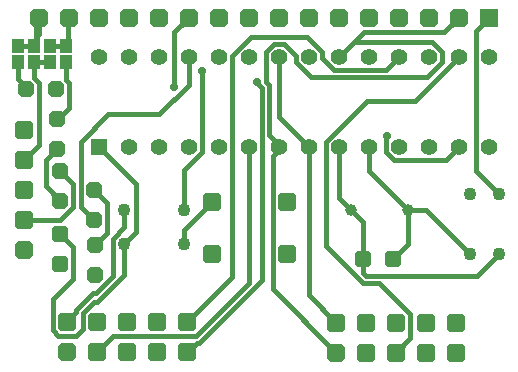
<source format=gtl>
G04*
G04 #@! TF.GenerationSoftware,Altium Limited,Altium Designer,21.6.4 (81)*
G04*
G04 Layer_Physical_Order=1*
G04 Layer_Color=255*
%FSLAX44Y44*%
%MOMM*%
G71*
G04*
G04 #@! TF.SameCoordinates,7F9A9F05-399A-4D2C-B47D-499A60B7A3A6*
G04*
G04*
G04 #@! TF.FilePolarity,Positive*
G04*
G01*
G75*
%ADD16R,1.0160X1.2000*%
G04:AMPARAMS|DCode=17|XSize=1.4mm|YSize=1.4mm|CornerRadius=0mm|HoleSize=0mm|Usage=FLASHONLY|Rotation=0.000|XOffset=0mm|YOffset=0mm|HoleType=Round|Shape=Octagon|*
%AMOCTAGOND17*
4,1,8,0.7000,-0.3500,0.7000,0.3500,0.3500,0.7000,-0.3500,0.7000,-0.7000,0.3500,-0.7000,-0.3500,-0.3500,-0.7000,0.3500,-0.7000,0.7000,-0.3500,0.0*
%
%ADD17OCTAGOND17*%

G04:AMPARAMS|DCode=18|XSize=1.6002mm|YSize=1.6002mm|CornerRadius=0mm|HoleSize=0mm|Usage=FLASHONLY|Rotation=180.000|XOffset=0mm|YOffset=0mm|HoleType=Round|Shape=Octagon|*
%AMOCTAGOND18*
4,1,8,-0.8001,0.4001,-0.8001,-0.4001,-0.4001,-0.8001,0.4001,-0.8001,0.8001,-0.4001,0.8001,0.4001,0.4001,0.8001,-0.4001,0.8001,-0.8001,0.4001,0.0*
%
%ADD18OCTAGOND18*%

%ADD19R,1.6002X1.6002*%
%ADD20C,1.4000*%
%ADD21C,1.1000*%
G04:AMPARAMS|DCode=22|XSize=1.6002mm|YSize=1.6002mm|CornerRadius=0.4001mm|HoleSize=0mm|Usage=FLASHONLY|Rotation=0.000|XOffset=0mm|YOffset=0mm|HoleType=Round|Shape=RoundedRectangle|*
%AMROUNDEDRECTD22*
21,1,1.6002,0.8001,0,0,0.0*
21,1,0.8001,1.6002,0,0,0.0*
1,1,0.8001,0.4001,-0.4001*
1,1,0.8001,-0.4001,-0.4001*
1,1,0.8001,-0.4001,0.4001*
1,1,0.8001,0.4001,0.4001*
%
%ADD22ROUNDEDRECTD22*%
G04:AMPARAMS|DCode=23|XSize=1.6mm|YSize=1.6mm|CornerRadius=0.4mm|HoleSize=0mm|Usage=FLASHONLY|Rotation=90.000|XOffset=0mm|YOffset=0mm|HoleType=Round|Shape=RoundedRectangle|*
%AMROUNDEDRECTD23*
21,1,1.6000,0.8000,0,0,90.0*
21,1,0.8000,1.6000,0,0,90.0*
1,1,0.8000,0.4000,0.4000*
1,1,0.8000,0.4000,-0.4000*
1,1,0.8000,-0.4000,-0.4000*
1,1,0.8000,-0.4000,0.4000*
%
%ADD23ROUNDEDRECTD23*%
G04:AMPARAMS|DCode=24|XSize=1.6002mm|YSize=1.6002mm|CornerRadius=0.4001mm|HoleSize=0mm|Usage=FLASHONLY|Rotation=90.000|XOffset=0mm|YOffset=0mm|HoleType=Round|Shape=RoundedRectangle|*
%AMROUNDEDRECTD24*
21,1,1.6002,0.8001,0,0,90.0*
21,1,0.8001,1.6002,0,0,90.0*
1,1,0.8001,0.4001,0.4001*
1,1,0.8001,0.4001,-0.4001*
1,1,0.8001,-0.4001,-0.4001*
1,1,0.8001,-0.4001,0.4001*
%
%ADD24ROUNDEDRECTD24*%
G04:AMPARAMS|DCode=25|XSize=1.4mm|YSize=1.4mm|CornerRadius=0mm|HoleSize=0mm|Usage=FLASHONLY|Rotation=270.000|XOffset=0mm|YOffset=0mm|HoleType=Round|Shape=Octagon|*
%AMOCTAGOND25*
4,1,8,-0.3500,-0.7000,0.3500,-0.7000,0.7000,-0.3500,0.7000,0.3500,0.3500,0.7000,-0.3500,0.7000,-0.7000,0.3500,-0.7000,-0.3500,-0.3500,-0.7000,0.0*
%
%ADD25OCTAGOND25*%

%ADD26C,1.0000*%
%ADD27R,1.4000X1.4000*%
G04:AMPARAMS|DCode=28|XSize=1.4mm|YSize=1.4mm|CornerRadius=0.35mm|HoleSize=0mm|Usage=FLASHONLY|Rotation=0.000|XOffset=0mm|YOffset=0mm|HoleType=Round|Shape=RoundedRectangle|*
%AMROUNDEDRECTD28*
21,1,1.4000,0.7000,0,0,0.0*
21,1,0.7000,1.4000,0,0,0.0*
1,1,0.7000,0.3500,-0.3500*
1,1,0.7000,-0.3500,-0.3500*
1,1,0.7000,-0.3500,0.3500*
1,1,0.7000,0.3500,0.3500*
%
%ADD28ROUNDEDRECTD28*%
G04:AMPARAMS|DCode=29|XSize=1.6002mm|YSize=1.6002mm|CornerRadius=0mm|HoleSize=0mm|Usage=FLASHONLY|Rotation=90.000|XOffset=0mm|YOffset=0mm|HoleType=Round|Shape=Octagon|*
%AMOCTAGOND29*
4,1,8,0.4001,0.8001,-0.4001,0.8001,-0.8001,0.4001,-0.8001,-0.4001,-0.4001,-0.8001,0.4001,-0.8001,0.8001,-0.4001,0.8001,0.4001,0.4001,0.8001,0.0*
%
%ADD29OCTAGOND29*%

G04:AMPARAMS|DCode=30|XSize=1.4mm|YSize=1.4mm|CornerRadius=0.35mm|HoleSize=0mm|Usage=FLASHONLY|Rotation=90.000|XOffset=0mm|YOffset=0mm|HoleType=Round|Shape=RoundedRectangle|*
%AMROUNDEDRECTD30*
21,1,1.4000,0.7000,0,0,90.0*
21,1,0.7000,1.4000,0,0,90.0*
1,1,0.7000,0.3500,0.3500*
1,1,0.7000,0.3500,-0.3500*
1,1,0.7000,-0.3500,-0.3500*
1,1,0.7000,-0.3500,0.3500*
%
%ADD30ROUNDEDRECTD30*%
%ADD31C,0.4000*%
%ADD32C,0.7000*%
D16*
X-4573Y275921D02*
D03*
X-4598Y289921D02*
D03*
X8301Y290032D02*
D03*
X8327Y276032D02*
D03*
X36097Y275903D02*
D03*
X36072Y289904D02*
D03*
X22187Y290032D02*
D03*
X22212Y276032D02*
D03*
D17*
X26881Y253099D02*
D03*
X1480D02*
D03*
D18*
X12700Y313623D02*
D03*
X38100D02*
D03*
X63500D02*
D03*
X88900D02*
D03*
X114300D02*
D03*
X139700D02*
D03*
X165100D02*
D03*
X190500D02*
D03*
X215900D02*
D03*
X241300D02*
D03*
X266700D02*
D03*
X292100D02*
D03*
X317500D02*
D03*
X342900D02*
D03*
X368300D02*
D03*
X36672Y30816D02*
D03*
X264510Y30097D02*
D03*
D19*
X393700Y313623D02*
D03*
D20*
X216100Y280420D02*
D03*
X241500Y204220D02*
D03*
X89100D02*
D03*
X114500D02*
D03*
X139900D02*
D03*
X165300D02*
D03*
X190700D02*
D03*
X216100D02*
D03*
X266900D02*
D03*
X292300D02*
D03*
X317700D02*
D03*
X343100D02*
D03*
X368500D02*
D03*
X393900D02*
D03*
Y280420D02*
D03*
X368500D02*
D03*
X343100D02*
D03*
X317700D02*
D03*
X292300D02*
D03*
X266900D02*
D03*
X241500D02*
D03*
X190700D02*
D03*
X165300D02*
D03*
X139900D02*
D03*
X114500D02*
D03*
X89100D02*
D03*
X63700D02*
D03*
D21*
X402590Y164287D02*
D03*
X378099Y164512D02*
D03*
X135467Y122374D02*
D03*
X85274Y150869D02*
D03*
X402590Y113487D02*
D03*
X378099Y113712D02*
D03*
X136074Y150869D02*
D03*
X84667Y122374D02*
D03*
D22*
X264510Y55497D02*
D03*
X36672Y56216D02*
D03*
X138272D02*
D03*
Y30816D02*
D03*
X112872Y56216D02*
D03*
Y30816D02*
D03*
X87472Y56216D02*
D03*
Y30816D02*
D03*
X62072Y56216D02*
D03*
Y30816D02*
D03*
X366110Y55497D02*
D03*
Y30097D02*
D03*
X340710Y55497D02*
D03*
Y30097D02*
D03*
X315310Y55497D02*
D03*
Y30097D02*
D03*
X289910Y55497D02*
D03*
Y30097D02*
D03*
D23*
X159620Y157937D02*
D03*
Y113487D02*
D03*
X223120Y157937D02*
D03*
Y113487D02*
D03*
D24*
X-210Y193244D02*
D03*
Y218644D02*
D03*
Y167844D02*
D03*
Y142444D02*
D03*
D25*
X28171Y202300D02*
D03*
Y227700D02*
D03*
X59204Y167844D02*
D03*
Y142444D02*
D03*
X30710Y184150D02*
D03*
Y158750D02*
D03*
X60159Y95736D02*
D03*
Y121136D02*
D03*
D26*
X325120Y151130D02*
D03*
X276860D02*
D03*
D27*
X63700Y204220D02*
D03*
D28*
X312420Y109220D02*
D03*
X287020D02*
D03*
D29*
X-210Y117044D02*
D03*
D30*
X30782Y105090D02*
D03*
Y130490D02*
D03*
D31*
X201700Y91844D02*
Y253754D01*
X139354Y30816D02*
X146753Y38215D01*
X306700Y211641D02*
X307388Y212329D01*
X138272Y30816D02*
X139354D01*
X8327Y276032D02*
X8354Y276005D01*
X8327Y262410D02*
Y276032D01*
X18678Y170782D02*
Y192808D01*
X266900Y280420D02*
X279885Y293405D01*
X37086Y290918D02*
Y310794D01*
X38100Y310794D02*
Y312609D01*
X8477Y291128D02*
X11381Y294032D01*
X10501Y292232D02*
Y312845D01*
X-4638Y289990D02*
X8259D01*
X10501Y292232D02*
X10501Y292232D01*
X12700Y299622D02*
Y313623D01*
X-4819Y290171D02*
X-4638Y289990D01*
X382826Y184051D02*
X402590Y164287D01*
X382826Y184051D02*
Y302749D01*
X393700Y313623D01*
X241500Y78507D02*
Y204220D01*
Y78507D02*
X264510Y55497D01*
X216100Y229620D02*
Y280420D01*
Y229620D02*
X241500Y204220D01*
X135557Y133874D02*
X159620Y157937D01*
X135557Y122465D02*
Y133874D01*
X48204Y153444D02*
Y208381D01*
Y153444D02*
X59204Y142444D01*
X114613Y231755D02*
X139900Y257042D01*
Y280420D01*
X48204Y208381D02*
X71578Y231755D01*
X114613D01*
X62072Y30816D02*
X75471Y44215D01*
X145586D01*
X190700Y89330D01*
Y204220D01*
X290429Y243305D02*
X331385D01*
X286878Y89050D02*
X301073D01*
X255900Y120027D02*
X286878Y89050D01*
X255900Y120027D02*
Y208776D01*
X301073Y89050D02*
X327311Y62811D01*
X315310Y30097D02*
X327311Y42098D01*
X255900Y208776D02*
X290429Y243305D01*
X327311Y42098D02*
Y62811D01*
X331385Y243305D02*
X368500Y280420D01*
X146753Y38215D02*
X148071D01*
X197406Y258049D02*
Y258861D01*
X148071Y38215D02*
X201700Y91844D01*
X197406Y258049D02*
X201700Y253754D01*
X50071Y50300D02*
Y63531D01*
X59362Y72822D02*
X61886D01*
X84667Y95603D02*
Y122374D01*
X127302Y255051D02*
Y301225D01*
X139700Y313623D01*
X252500Y279264D02*
Y284977D01*
Y279264D02*
X262344Y269420D01*
X306700D01*
X176300Y281576D02*
X192144Y297420D01*
X138272Y56216D02*
X176300Y94245D01*
X192144Y297420D02*
X240057D01*
X176300Y94245D02*
Y281576D01*
X306700Y269420D02*
X317700Y280420D01*
X240057Y297420D02*
X252500Y284977D01*
X44071Y64698D02*
Y66016D01*
X75167Y126309D02*
X85274Y136416D01*
X36672Y56216D02*
Y57299D01*
X75167Y94588D02*
Y126309D01*
X44071Y66016D02*
X58357Y80302D01*
X60881D01*
X135467Y122374D02*
X135557Y122465D01*
X64Y193517D02*
X12480Y205934D01*
X41782Y92752D02*
Y119490D01*
X24671Y48902D02*
X29357Y44215D01*
X43986D02*
X50071Y50300D01*
X84667Y122374D02*
X94774Y132481D01*
X24671Y75640D02*
X41782Y92752D01*
X94774Y132481D02*
Y173147D01*
X29357Y44215D02*
X43986D01*
X30782Y130490D02*
X41782Y119490D01*
X63700Y204220D02*
X94774Y173147D01*
X24671Y48902D02*
Y75640D01*
X61886Y72822D02*
X84667Y95603D01*
X50071Y63531D02*
X59362Y72822D01*
X307388Y212329D02*
Y213141D01*
X306700Y199664D02*
Y211641D01*
X313144Y193220D02*
X357500D01*
X368500Y204220D01*
X306700Y199664D02*
X313144Y193220D01*
X205100Y258840D02*
X207700Y256240D01*
X279885Y293405D02*
X345672D01*
X207700Y214205D02*
Y256240D01*
X211120Y83487D02*
X264510Y30097D01*
X60159Y121136D02*
X70204Y131182D01*
X205100Y284977D02*
X211544Y291420D01*
X287701Y301221D02*
X355898D01*
X368300Y313623D01*
X211120Y196534D02*
X216100Y201514D01*
X341657Y263420D02*
X354100Y275864D01*
X216100Y201514D02*
Y205805D01*
X211544Y291420D02*
X220657D01*
X345672Y293405D02*
X354100Y284977D01*
X18678Y170782D02*
X30710Y158750D01*
X136074Y150869D02*
Y184837D01*
X150924Y199687D02*
Y268259D01*
X136074Y184837D02*
X150924Y199687D01*
X205100Y258840D02*
Y284977D01*
X242944Y263420D02*
X341657D01*
X30560Y142444D02*
X41710Y153593D01*
Y173150D01*
X-210Y142444D02*
X30560D01*
X30710Y184150D02*
X41710Y173150D01*
X70204Y131182D02*
Y156844D01*
X354100Y275864D02*
Y284977D01*
X59204Y167844D02*
X70204Y156844D01*
X279885Y293405D02*
X287701Y301221D01*
X-5111Y262019D02*
X1480Y255428D01*
X18678Y192808D02*
X28171Y202300D01*
X211120Y83487D02*
Y196534D01*
X230500Y275864D02*
X242944Y263420D01*
X230500Y275864D02*
Y281576D01*
X220657Y291420D02*
X230500Y281576D01*
X207700Y214205D02*
X216100Y205805D01*
X8354Y276005D02*
X22185D01*
X1480Y253099D02*
Y255428D01*
X312420Y109220D02*
X325120Y121920D01*
Y151130D01*
X292300Y183950D02*
X325120Y151130D01*
X292300Y183950D02*
Y204220D01*
X266900Y161090D02*
Y204220D01*
X22185Y276005D02*
X22212Y276032D01*
X8259Y289990D02*
X8301Y290032D01*
X35508Y275315D02*
X36097Y275903D01*
X287020Y97393D02*
X289363Y95050D01*
X22187Y290032D02*
X36200D01*
X287020Y97393D02*
Y140970D01*
X325120Y151130D02*
X340681D01*
X85274Y136416D02*
Y150869D01*
X384153Y95050D02*
X402590Y113487D01*
X11381Y294032D02*
Y298303D01*
X37086Y310794D02*
X37086Y310794D01*
X12480Y205934D02*
Y258256D01*
X37086Y313623D02*
X38100Y312609D01*
X7121Y291128D02*
X8477D01*
X10501Y312845D02*
X12481Y314825D01*
X266900Y161090D02*
X287020Y140970D01*
X289363Y95050D02*
X384153D01*
X35508Y260628D02*
Y275315D01*
X37880Y237410D02*
Y258256D01*
X28171Y227700D02*
X37880Y237410D01*
X60881Y80302D02*
X75167Y94588D01*
X36672Y57299D02*
X44071Y64698D01*
X8327Y262410D02*
X12480Y258256D01*
X-5111Y275383D02*
X-4573Y275921D01*
X340681Y151130D02*
X378099Y113712D01*
X11381Y298303D02*
X12700Y299622D01*
X-5111Y262019D02*
Y275383D01*
X35508Y260628D02*
X37880Y258256D01*
X36200Y290032D02*
X37086Y290918D01*
X38100Y310794D02*
Y313623D01*
D32*
X197406Y258861D02*
D03*
X127302Y255051D02*
D03*
X307388Y213141D02*
D03*
X150924Y268259D02*
D03*
M02*

</source>
